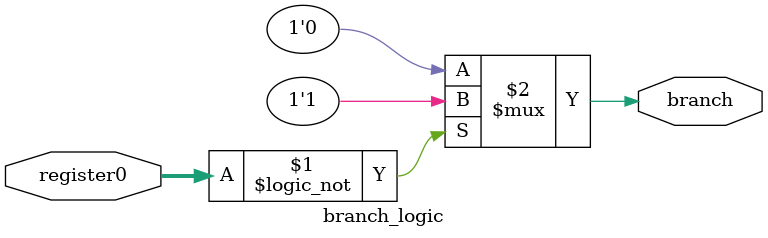
<source format=v>
module branch_logic (input [7:0] register0, output branch);
	assign branch = (register0==8'b0)?1'b1:1'b0;
endmodule

</source>
